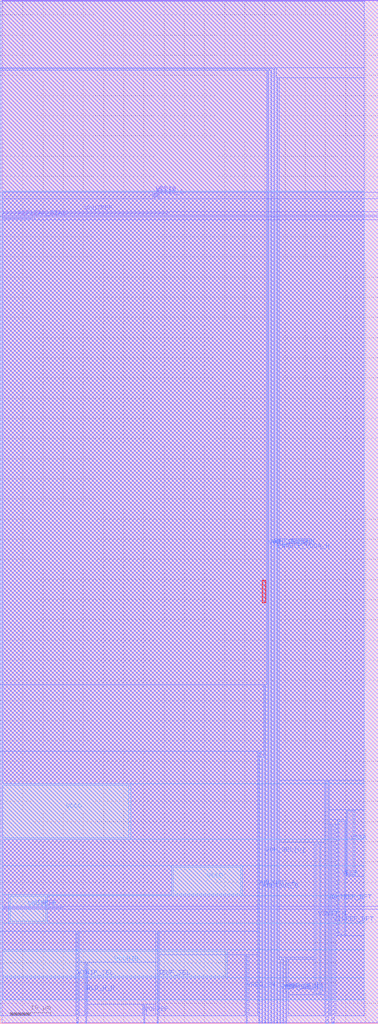
<source format=lef>
# Copyright 2020 The SkyWater PDK Authors
#
# Licensed under the Apache License, Version 2.0 (the "License");
# you may not use this file except in compliance with the License.
# You may obtain a copy of the License at
#
#     https://www.apache.org/licenses/LICENSE-2.0
#
# Unless required by applicable law or agreed to in writing, software
# distributed under the License is distributed on an "AS IS" BASIS,
# WITHOUT WARRANTIES OR CONDITIONS OF ANY KIND, either express or implied.
# See the License for the specific language governing permissions and
# limitations under the License.
#
# SPDX-License-Identifier: Apache-2.0

VERSION 5.7 ;
  NOWIREEXTENSIONATPIN ON ;
  DIVIDERCHAR "/" ;
  BUSBITCHARS "[]" ;
MACRO sky130_fd_io__top_refgen_new
  CLASS BLOCK ;
  FOREIGN sky130_fd_io__top_refgen_new ;
  ORIGIN  0.620000  0.000000 ;
  SIZE  93.72500 BY  253.7150 ;
  PIN AMUXBUS_A
    DIRECTION INOUT ;
    PORT
      LAYER met2 ;
        RECT 63.465000 0.000000 63.725000 67.115000 ;
    END
  END AMUXBUS_A
  PIN AMUXBUS_B
    DIRECTION INOUT ;
    PORT
      LAYER met2 ;
        RECT 64.215000 0.000000 64.475000 65.625000 ;
    END
  END AMUXBUS_B
  PIN DFT_REFGEN
    DIRECTION INPUT ;
    PORT
      LAYER met2 ;
        RECT 67.215000 0.000000 67.475000 236.650000 ;
    END
  END DFT_REFGEN
  PIN ENABLE_H
    DIRECTION INPUT ;
    PORT
      LAYER met2 ;
        RECT 70.215000 0.000000 70.475000 15.535000 ;
    END
  END ENABLE_H
  PIN ENABLE_VDDA_H
    DIRECTION INPUT ;
    PORT
      LAYER met2 ;
        RECT 67.965000 0.000000 68.225000 234.180000 ;
    END
  END ENABLE_VDDA_H
  PIN HLD_H_N
    DIRECTION INPUT ;
    PORT
      LAYER met2 ;
        RECT 20.555000 0.000000 20.815000 14.810000 ;
    END
  END HLD_H_N
  PIN IBUF_SEL
    DIRECTION INPUT ;
    PORT
      LAYER met2 ;
        RECT 38.250000 0.000000 38.510000 22.530000 ;
    END
  END IBUF_SEL
  PIN REFLEAK_BIAS
    DIRECTION INOUT ;
    PORT
      LAYER met1 ;
        RECT 0.000000 199.485000 7.485000 199.715000 ;
    END
  END REFLEAK_BIAS
  PIN VCCD
    DIRECTION INOUT ;
    PORT
      LAYER met3 ;
        RECT 0.000000 46.015000 31.300000 58.995000 ;
    END
  END VCCD
  PIN VCCHIB
    DIRECTION INOUT ;
    PORT
      LAYER met3 ;
        RECT 0.000000 11.670000 55.235000 17.860000 ;
    END
  END VCCHIB
  PIN VDDA
    DIRECTION INOUT ;
    PORT
      LAYER met2 ;
        RECT 83.360000 21.960000 84.750000 50.130000 ;
    END
  END VDDA
  PIN VDDIO
    DIRECTION INOUT ;
    PORT
      LAYER met1 ;
        RECT 37.420000 205.620000 38.505000 205.805000 ;
    END
  END VDDIO
  PIN VDDIO_Q
    DIRECTION INOUT ;
    PORT
      LAYER met3 ;
        RECT 1.835000 25.250000 10.660000 31.440000 ;
    END
  END VDDIO_Q
  PIN VINREF
    DIRECTION OUTPUT ;
    PORT
      LAYER met1 ;
        RECT 0.080000 28.495000 14.480000 28.755000 ;
    END
  END VINREF
  PIN VINREF_DFT
    DIRECTION INOUT ;
    PORT
      LAYER met2 ;
        RECT 81.590000 0.000000 82.230000 49.025000 ;
    END
  END VINREF_DFT
  PIN VOHREF
    DIRECTION INPUT ;
    PORT
      LAYER met2 ;
        RECT 35.005000 0.000000 35.265000 4.425000 ;
    END
  END VOHREF
  PIN VOH_SEL[0]
    DIRECTION INPUT ;
    PORT
      LAYER met2 ;
        RECT 64.965000 0.000000 65.225000 83.625000 ;
    END
  END VOH_SEL[0]
  PIN VOH_SEL[1]
    DIRECTION INPUT ;
    PORT
      LAYER met2 ;
        RECT 65.715000 0.000000 65.975000 236.010000 ;
    END
  END VOH_SEL[1]
  PIN VOH_SEL[2]
    DIRECTION INPUT ;
    PORT
      LAYER met2 ;
        RECT 66.465000 0.000000 66.725000 236.330000 ;
    END
  END VOH_SEL[2]
  PIN VOUTREF
    DIRECTION OUTPUT ;
    PORT
      LAYER met1 ;
        RECT 0.000000 200.680000 40.510000 200.940000 ;
    END
  END VOUTREF
  PIN VOUTREF_DFT
    DIRECTION INOUT ;
    PORT
      LAYER met2 ;
        RECT 80.090000 0.000000 80.730000 59.975000 ;
    END
  END VOUTREF_DFT
  PIN VREF_SEL[0]
    DIRECTION INPUT ;
    PORT
      LAYER met2 ;
        RECT 68.715000 0.000000 68.975000 15.430000 ;
    END
  END VREF_SEL[0]
  PIN VREF_SEL[1]
    DIRECTION INPUT ;
    PORT
      LAYER met2 ;
        RECT 69.465000 0.000000 69.725000 16.050000 ;
    END
  END VREF_SEL[1]
  PIN VREG_EN
    DIRECTION INPUT ;
    PORT
      LAYER met2 ;
        RECT 60.400000 0.000000 60.660000 16.695000 ;
    END
  END VREG_EN
  PIN VSSA
    DIRECTION INOUT ;
    PORT
      LAYER met2 ;
        RECT 85.430000 36.720000 86.950000 52.700000 ;
    END
  END VSSA
  PIN VSSD
    DIRECTION INOUT ;
    PORT
      LAYER met3 ;
        RECT 42.275000 32.040000 58.995000 38.625000 ;
    END
  END VSSD
  PIN VSSIO
    DIRECTION INOUT ;
    PORT
      LAYER met1 ;
        RECT 37.420000 205.185000 38.505000 205.370000 ;
    END
  END VSSIO
  PIN VSSIO_Q
    DIRECTION INOUT ;
    PORT
      LAYER met1 ;
        RECT 37.420000 204.755000 38.505000 204.940000 ;
    END
  END VSSIO_Q
  PIN VSWITCH
    DIRECTION INOUT ;
    PORT
      LAYER met2 ;
        RECT 77.565000 7.300000 78.575000 44.560000 ;
    END
  END VSWITCH
  PIN VTRIP_SEL
    DIRECTION INPUT ;
    PORT
      LAYER met2 ;
        RECT 18.400000 0.000000 18.660000 22.530000 ;
    END
  END VTRIP_SEL
  OBS
    LAYER li1 ;
      RECT -0.290000 0.130000 93.075000 253.585000 ;
    LAYER met1 ;
      RECT -0.290000   0.070000 93.105000  28.215000 ;
      RECT -0.290000  28.215000 -0.200000  29.035000 ;
      RECT -0.290000  29.035000 93.105000 199.205000 ;
      RECT -0.290000 199.205000 -0.280000 199.995000 ;
      RECT -0.290000 199.995000 93.105000 200.400000 ;
      RECT -0.290000 200.400000 -0.280000 201.220000 ;
      RECT -0.290000 201.220000 93.105000 204.475000 ;
      RECT -0.290000 204.475000 37.140000 206.085000 ;
      RECT -0.290000 206.085000 93.105000 253.645000 ;
      RECT  7.765000 199.205000 93.105000 199.995000 ;
      RECT 14.760000  28.215000 93.105000  29.035000 ;
      RECT 38.785000 204.475000 93.105000 206.085000 ;
      RECT 40.790000 200.400000 93.105000 201.220000 ;
    LAYER met2 ;
      RECT -0.590000   1.825000 18.120000  22.810000 ;
      RECT -0.590000  22.810000 63.185000  67.395000 ;
      RECT -0.590000  67.395000 64.685000  83.905000 ;
      RECT -0.590000  83.905000 65.435000 236.290000 ;
      RECT -0.590000 236.290000 66.185000 236.610000 ;
      RECT -0.590000 236.610000 66.935000 236.930000 ;
      RECT -0.590000 236.930000 89.620000 253.400000 ;
      RECT 18.940000   1.825000 20.275000  15.090000 ;
      RECT 18.940000  15.090000 37.970000  22.810000 ;
      RECT 21.095000   1.825000 34.725000   4.705000 ;
      RECT 21.095000   4.705000 37.970000  15.090000 ;
      RECT 35.545000   1.825000 37.970000   4.705000 ;
      RECT 38.790000   1.825000 60.120000  16.975000 ;
      RECT 38.790000  16.975000 63.185000  22.810000 ;
      RECT 60.940000   1.825000 63.185000  16.975000 ;
      RECT 64.005000  65.905000 64.685000  67.395000 ;
      RECT 67.755000 234.460000 89.620000 236.930000 ;
      RECT 68.505000  15.710000 69.185000  16.330000 ;
      RECT 68.505000  16.330000 77.285000  44.840000 ;
      RECT 68.505000  44.840000 79.810000  60.255000 ;
      RECT 68.505000  60.255000 89.620000 234.460000 ;
      RECT 70.005000  15.815000 77.285000  16.330000 ;
      RECT 70.755000   1.825000 79.810000   7.020000 ;
      RECT 70.755000   7.020000 77.285000  15.815000 ;
      RECT 78.855000   7.020000 79.810000  44.840000 ;
      RECT 81.010000   1.825000 81.310000  49.305000 ;
      RECT 81.010000  49.305000 83.080000  50.410000 ;
      RECT 81.010000  50.410000 85.150000  52.980000 ;
      RECT 81.010000  52.980000 89.620000  60.255000 ;
      RECT 82.510000   1.825000 89.620000  21.680000 ;
      RECT 82.510000  21.680000 83.080000  49.305000 ;
      RECT 85.030000  21.680000 89.620000  36.440000 ;
      RECT 85.030000  36.440000 85.150000  50.410000 ;
      RECT 87.230000  36.440000 89.620000  52.980000 ;
    LAYER met3 ;
      RECT  0.000000  5.830000 89.645000  11.270000 ;
      RECT  0.000000 18.260000 89.645000  24.850000 ;
      RECT  0.000000 24.850000  1.435000  31.840000 ;
      RECT  0.000000 31.840000 41.875000  39.025000 ;
      RECT  0.000000 39.025000 89.645000  45.615000 ;
      RECT  0.000000 59.395000 89.645000 206.260000 ;
      RECT 11.060000 24.850000 89.645000  31.640000 ;
      RECT 11.060000 31.640000 41.875000  31.840000 ;
      RECT 31.700000 45.615000 89.645000  59.395000 ;
      RECT 55.635000 11.270000 89.645000  18.260000 ;
      RECT 59.395000 31.640000 89.645000  39.025000 ;
    LAYER met4 ;
      RECT 64.400000 104.305000 65.245000 109.790000 ;
  END
END sky130_fd_io__top_refgen_new
END LIBRARY

</source>
